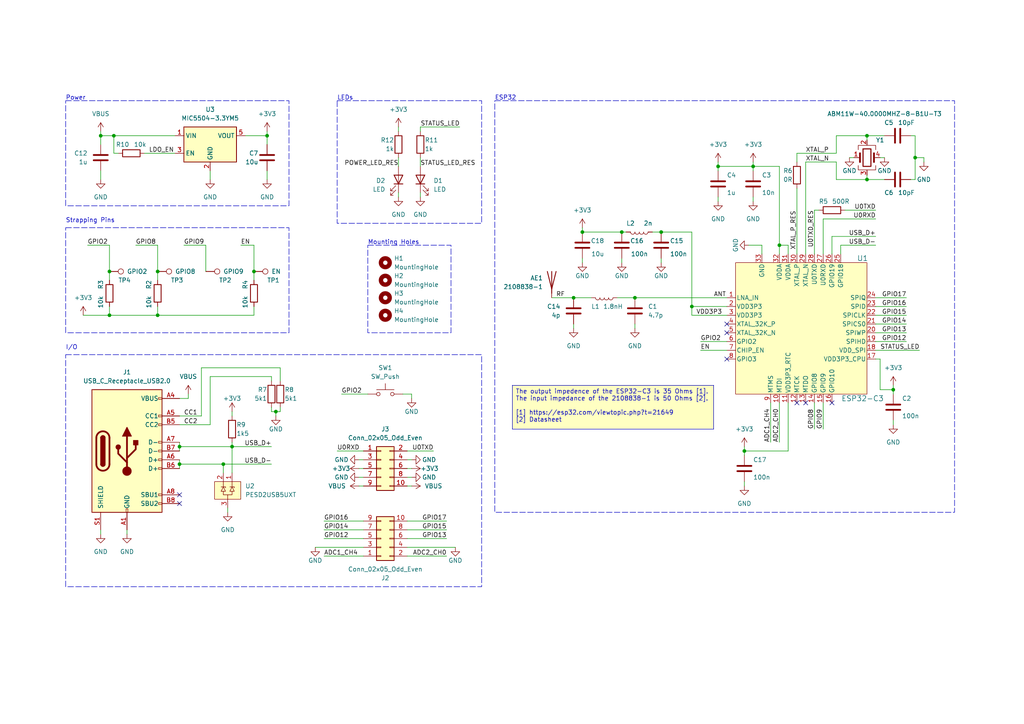
<source format=kicad_sch>
(kicad_sch (version 20230121) (generator eeschema)
  (paper "A4")
  (lib_symbols
    (symbol "Connector:TestPoint" (pin_numbers hide) (pin_names (offset 0.762) hide)
      (property "Reference" "TP" (at 0 6.858 0))
      (property "Value" "TestPoint" (at 0 5.08 0))
      (symbol "TestPoint_0_1"
        (circle (center 0 3.302) (radius 0.762))
      )
      (symbol "TestPoint_1_1"
        (pin passive line (at 0 0 90) (length 2.54) (name "1") (number "1"))
      )
    )
    (symbol "Connector:USB_C_Receptacle_USB2.0" (pin_names (offset 1.016))
      (property "Reference" "J" (at -10.16 19.05 0))
      (property "Value" "USB_C_Receptacle_USB2.0" (at 19.05 19.05 0))
      (symbol "USB_C_Receptacle_USB2.0_0_0"
        (rectangle (start -0.254 -17.78) (end 0.254 -16.764))
        (rectangle (start 10.16 -14.986) (end 9.144 -15.494))
        (rectangle (start 10.16 -12.446) (end 9.144 -12.954))
        (rectangle (start 10.16 -4.826) (end 9.144 -5.334))
        (rectangle (start 10.16 -2.286) (end 9.144 -2.794))
        (rectangle (start 10.16 0.254) (end 9.144 -0.254))
        (rectangle (start 10.16 2.794) (end 9.144 2.286))
        (rectangle (start 10.16 7.874) (end 9.144 7.366))
        (rectangle (start 10.16 10.414) (end 9.144 9.906))
        (rectangle (start 10.16 15.494) (end 9.144 14.986))
      )
      (symbol "USB_C_Receptacle_USB2.0_0_1"
        (rectangle (start -10.16 17.78) (end 10.16 -17.78) (stroke (width 0.254)) (fill (type background)))
        (arc (start -8.89 -3.81) (mid -6.985 -5.7067) (end -5.08 -3.81) (stroke (width 0.508)))
        (arc (start -7.62 -3.81) (mid -6.985 -4.4423) (end -6.35 -3.81) (stroke (width 0.254)))
        (arc (start -7.62 -3.81) (mid -6.985 -4.4423) (end -6.35 -3.81) (stroke (width 0.254)) (fill (type outline)))
        (rectangle (start -7.62 -3.81) (end -6.35 3.81) (stroke (width 0.254)) (fill (type outline)))
        (arc (start -6.35 3.81) (mid -6.985 4.4423) (end -7.62 3.81) (stroke (width 0.254)))
        (arc (start -6.35 3.81) (mid -6.985 4.4423) (end -7.62 3.81) (stroke (width 0.254)) (fill (type outline)))
        (arc (start -5.08 3.81) (mid -6.985 5.7067) (end -8.89 3.81) (stroke (width 0.508)))
        (circle (center -2.54 1.143) (radius 0.635) (stroke (width 0.254)) (fill (type outline)))
        (circle (center 0 -5.842) (radius 1.27) (fill (type outline)))
        (polyline (pts (xy -8.89 -3.81) (xy -8.89 3.81)) (stroke (width 0.508)))
        (polyline (pts (xy -5.08 3.81) (xy -5.08 -3.81)) (stroke (width 0.508)))
        (polyline (pts (xy 0 -5.842) (xy 0 4.318)) (stroke (width 0.508)))
        (polyline (pts (xy 0 -3.302) (xy -2.54 -0.762) (xy -2.54 0.508)) (stroke (width 0.508)))
        (polyline (pts (xy 0 -2.032) (xy 2.54 0.508) (xy 2.54 1.778)) (stroke (width 0.508)))
        (polyline (pts (xy -1.27 4.318) (xy 0 6.858) (xy 1.27 4.318) (xy -1.27 4.318)) (stroke (width 0.254)) (fill (type outline)))
        (rectangle (start 1.905 1.778) (end 3.175 3.048) (stroke (width 0.254)) (fill (type outline)))
      )
      (symbol "USB_C_Receptacle_USB2.0_1_1"
        (pin passive line (at 0 -22.86 90) (length 5.08) (name "GND") (number "A1"))
        (pin passive line (at 0 -22.86 90) (length 5.08) hide (name "GND") (number "A12"))
        (pin passive line (at 15.24 15.24 180) (length 5.08) (name "VBUS") (number "A4"))
        (pin bidirectional line (at 15.24 10.16 180) (length 5.08) (name "CC1") (number "A5"))
        (pin bidirectional line (at 15.24 -2.54 180) (length 5.08) (name "D+") (number "A6"))
        (pin bidirectional line (at 15.24 2.54 180) (length 5.08) (name "D-") (number "A7"))
        (pin bidirectional line (at 15.24 -12.7 180) (length 5.08) (name "SBU1") (number "A8"))
        (pin passive line (at 15.24 15.24 180) (length 5.08) hide (name "VBUS") (number "A9"))
        (pin passive line (at 0 -22.86 90) (length 5.08) hide (name "GND") (number "B1"))
        (pin passive line (at 0 -22.86 90) (length 5.08) hide (name "GND") (number "B12"))
        (pin passive line (at 15.24 15.24 180) (length 5.08) hide (name "VBUS") (number "B4"))
        (pin bidirectional line (at 15.24 7.62 180) (length 5.08) (name "CC2") (number "B5"))
        (pin bidirectional line (at 15.24 -5.08 180) (length 5.08) (name "D+") (number "B6"))
        (pin bidirectional line (at 15.24 0 180) (length 5.08) (name "D-") (number "B7"))
        (pin bidirectional line (at 15.24 -15.24 180) (length 5.08) (name "SBU2") (number "B8"))
        (pin passive line (at 15.24 15.24 180) (length 5.08) hide (name "VBUS") (number "B9"))
        (pin passive line (at -7.62 -22.86 90) (length 5.08) (name "SHIELD") (number "S1"))
      )
    )
    (symbol "Connector_Generic:Conn_02x05_Odd_Even" (pin_names (offset 1.016) hide)
      (property "Reference" "J" (at 1.27 7.62 0))
      (property "Value" "Conn_02x05_Odd_Even" (at 1.27 -7.62 0))
      (symbol "Conn_02x05_Odd_Even_1_1"
        (rectangle (start -1.27 -4.953) (end 0 -5.207) (stroke (width 0.1524)))
        (rectangle (start -1.27 -2.413) (end 0 -2.667) (stroke (width 0.1524)))
        (rectangle (start -1.27 0.127) (end 0 -0.127) (stroke (width 0.1524)))
        (rectangle (start -1.27 2.667) (end 0 2.413) (stroke (width 0.1524)))
        (rectangle (start -1.27 5.207) (end 0 4.953) (stroke (width 0.1524)))
        (rectangle (start -1.27 6.35) (end 3.81 -6.35) (stroke (width 0.254)) (fill (type background)))
        (rectangle (start 3.81 -4.953) (end 2.54 -5.207) (stroke (width 0.1524)))
        (rectangle (start 3.81 -2.413) (end 2.54 -2.667) (stroke (width 0.1524)))
        (rectangle (start 3.81 0.127) (end 2.54 -0.127) (stroke (width 0.1524)))
        (rectangle (start 3.81 2.667) (end 2.54 2.413) (stroke (width 0.1524)))
        (rectangle (start 3.81 5.207) (end 2.54 4.953) (stroke (width 0.1524)))
        (pin passive line (at -5.08 5.08 0) (length 3.81) (name "Pin_1") (number "1"))
        (pin passive line (at 7.62 -5.08 180) (length 3.81) (name "Pin_10") (number "10"))
        (pin passive line (at 7.62 5.08 180) (length 3.81) (name "Pin_2") (number "2"))
        (pin passive line (at -5.08 2.54 0) (length 3.81) (name "Pin_3") (number "3"))
        (pin passive line (at 7.62 2.54 180) (length 3.81) (name "Pin_4") (number "4"))
        (pin passive line (at -5.08 0 0) (length 3.81) (name "Pin_5") (number "5"))
        (pin passive line (at 7.62 0 180) (length 3.81) (name "Pin_6") (number "6"))
        (pin passive line (at -5.08 -2.54 0) (length 3.81) (name "Pin_7") (number "7"))
        (pin passive line (at 7.62 -2.54 180) (length 3.81) (name "Pin_8") (number "8"))
        (pin passive line (at -5.08 -5.08 0) (length 3.81) (name "Pin_9") (number "9"))
      )
    )
    (symbol "Device:Antenna" (pin_numbers hide) (pin_names (offset 1.016) hide)
      (property "Reference" "AE" (at -1.905 1.905 0))
      (property "Value" "Antenna" (at -1.905 0 0))
      (symbol "Antenna_0_1"
        (polyline (pts (xy 0 2.54) (xy 0 -3.81)) (stroke (width 0.254)))
        (polyline (pts (xy 1.27 2.54) (xy 0 -2.54) (xy -1.27 2.54)) (stroke (width 0.254)))
      )
      (symbol "Antenna_1_1"
        (pin input line (at 0 -5.08 90) (length 2.54) (name "A") (number "1"))
      )
    )
    (symbol "Device:C" (pin_numbers hide) (pin_names (offset 0.254))
      (property "Reference" "C" (at 0.635 2.54 0))
      (property "Value" "C" (at 0.635 -2.54 0))
      (symbol "C_0_1"
        (polyline (pts (xy -2.032 -0.762) (xy 2.032 -0.762)) (stroke (width 0.508)))
        (polyline (pts (xy -2.032 0.762) (xy 2.032 0.762)) (stroke (width 0.508)))
      )
      (symbol "C_1_1"
        (pin passive line (at 0 3.81 270) (length 2.794) (name "~") (number "1"))
        (pin passive line (at 0 -3.81 90) (length 2.794) (name "~") (number "2"))
      )
    )
    (symbol "Device:Crystal_GND23" (pin_names (offset 1.016) hide)
      (property "Reference" "Y" (at 3.175 5.08 0))
      (property "Value" "Crystal_GND23" (at 3.175 3.175 0))
      (symbol "Crystal_GND23_0_1"
        (rectangle (start -1.143 2.54) (end 1.143 -2.54) (stroke (width 0.3048)))
        (polyline (pts (xy -2.54 0) (xy -2.032 0)))
        (polyline (pts (xy -2.032 -1.27) (xy -2.032 1.27)) (stroke (width 0.508)))
        (polyline (pts (xy 0 -3.81) (xy 0 -3.556)))
        (polyline (pts (xy 0 3.556) (xy 0 3.81)))
        (polyline (pts (xy 2.032 -1.27) (xy 2.032 1.27)) (stroke (width 0.508)))
        (polyline (pts (xy 2.032 0) (xy 2.54 0)))
        (polyline (pts (xy -2.54 -2.286) (xy -2.54 -3.556) (xy 2.54 -3.556) (xy 2.54 -2.286)))
        (polyline (pts (xy -2.54 2.286) (xy -2.54 3.556) (xy 2.54 3.556) (xy 2.54 2.286)))
      )
      (symbol "Crystal_GND23_1_1"
        (pin passive line (at -3.81 0 0) (length 1.27) (name "1") (number "1"))
        (pin passive line (at 0 5.08 270) (length 1.27) (name "2") (number "2"))
        (pin passive line (at 0 -5.08 90) (length 1.27) (name "3") (number "3"))
        (pin passive line (at 3.81 0 180) (length 1.27) (name "4") (number "4"))
      )
    )
    (symbol "Device:L" (pin_numbers hide) (pin_names (offset 1.016) hide)
      (property "Reference" "L" (at -1.27 0 90))
      (property "Value" "L" (at 1.905 0 90))
      (symbol "L_0_1"
        (arc (start 0 -2.54) (mid 0.6323 -1.905) (end 0 -1.27))
        (arc (start 0 -1.27) (mid 0.6323 -0.635) (end 0 0))
        (arc (start 0 0) (mid 0.6323 0.635) (end 0 1.27))
        (arc (start 0 1.27) (mid 0.6323 1.905) (end 0 2.54))
      )
      (symbol "L_1_1"
        (pin passive line (at 0 3.81 270) (length 1.27) (name "1") (number "1"))
        (pin passive line (at 0 -3.81 90) (length 1.27) (name "2") (number "2"))
      )
    )
    (symbol "Device:LED" (pin_numbers hide) (pin_names (offset 1.016) hide)
      (property "Reference" "D" (at 0 2.54 0))
      (property "Value" "LED" (at 0 -2.54 0))
      (symbol "LED_0_1"
        (polyline (pts (xy -1.27 -1.27) (xy -1.27 1.27)) (stroke (width 0.254)))
        (polyline (pts (xy -1.27 0) (xy 1.27 0)))
        (polyline (pts (xy 1.27 -1.27) (xy 1.27 1.27) (xy -1.27 0) (xy 1.27 -1.27)) (stroke (width 0.254)))
        (polyline (pts (xy -3.048 -0.762) (xy -4.572 -2.286) (xy -3.81 -2.286) (xy -4.572 -2.286) (xy -4.572 -1.524)))
        (polyline (pts (xy -1.778 -0.762) (xy -3.302 -2.286) (xy -2.54 -2.286) (xy -3.302 -2.286) (xy -3.302 -1.524)))
      )
      (symbol "LED_1_1"
        (pin passive line (at -3.81 0 0) (length 2.54) (name "K") (number "1"))
        (pin passive line (at 3.81 0 180) (length 2.54) (name "A") (number "2"))
      )
    )
    (symbol "Device:R" (pin_numbers hide) (pin_names (offset 0))
      (property "Reference" "R" (at 2.032 0 90))
      (property "Value" "R" (at 0 0 90))
      (symbol "R_0_1"
        (rectangle (start -1.016 -2.54) (end 1.016 2.54) (stroke (width 0.254)))
      )
      (symbol "R_1_1"
        (pin passive line (at 0 3.81 270) (length 1.27) (name "~") (number "1"))
        (pin passive line (at 0 -3.81 90) (length 1.27) (name "~") (number "2"))
      )
    )
    (symbol "Mechanical:MountingHole" (pin_names (offset 1.016))
      (property "Reference" "H" (at 0 5.08 0))
      (property "Value" "MountingHole" (at 0 3.175 0))
      (symbol "MountingHole_0_1"
        (circle (center 0 0) (radius 1.27) (stroke (width 1.27)))
      )
    )
    (symbol "Regulator_Linear:MIC5504-3.3YM5"
      (property "Reference" "U" (at -7.62 8.89 0))
      (property "Value" "MIC5504-3.3YM5" (at -7.62 6.35 0))
      (symbol "MIC5504-3.3YM5_0_1"
        (rectangle (start -7.62 -5.08) (end 7.62 5.08) (stroke (width 0.254)) (fill (type background)))
      )
      (symbol "MIC5504-3.3YM5_1_1"
        (pin power_in line (at -10.16 2.54 0) (length 2.54) (name "VIN") (number "1"))
        (pin power_in line (at 0 -7.62 90) (length 2.54) (name "GND") (number "2"))
        (pin input line (at -10.16 -2.54 0) (length 2.54) (name "EN") (number "3"))
        (pin no_connect line (at 7.62 -2.54 180) (length 2.54) hide (name "NC") (number "4"))
        (pin power_out line (at 10.16 2.54 180) (length 2.54) (name "VOUT") (number "5"))
      )
    )
    (symbol "Switch:SW_Push" (pin_numbers hide) (pin_names (offset 1.016) hide)
      (property "Reference" "SW" (at 1.27 2.54 0))
      (property "Value" "SW_Push" (at 0 -1.524 0))
      (symbol "SW_Push_0_1"
        (circle (center -2.032 0) (radius 0.508))
        (polyline (pts (xy 0 1.27) (xy 0 3.048)))
        (polyline (pts (xy 2.54 1.27) (xy -2.54 1.27)))
        (circle (center 2.032 0) (radius 0.508))
        (pin passive line (at -5.08 0 0) (length 2.54) (name "1") (number "1"))
        (pin passive line (at 5.08 0 180) (length 2.54) (name "2") (number "2"))
      )
    )
    (symbol "encyclopedia_galactica:ESP32-C3" (pin_names (offset 0.254))
      (property "Reference" "U" (at 0 43.18 0))
      (property "Value" "ESP32-C3" (at 0 40.64 0))
      (symbol "ESP32-C3_0_1"
        (pin bidirectional line (at -21.59 8.89 0) (length 2.54) (name "LNA_IN") (number "1"))
        (pin bidirectional line (at -6.35 -21.59 90) (length 2.54) (name "MTDI") (number "10"))
        (pin power_in line (at -3.81 -21.59 90) (length 2.54) (name "VDD3P3_RTC") (number "11"))
        (pin bidirectional line (at -1.27 -21.59 90) (length 2.54) (name "MTCK") (number "12"))
        (pin bidirectional line (at 1.27 -21.59 90) (length 2.54) (name "MTDO") (number "13"))
        (pin bidirectional line (at 3.81 -21.59 90) (length 2.54) (name "GPIO8") (number "14"))
        (pin bidirectional line (at 6.35 -21.59 90) (length 2.54) (name "GPIO9") (number "15"))
        (pin bidirectional line (at 8.89 -21.59 90) (length 2.54) (name "GPIO10") (number "16"))
        (pin power_in line (at 21.59 -8.89 180) (length 2.54) (name "VDD3P3_CPU") (number "17"))
        (pin power_in line (at 21.59 -6.35 180) (length 2.54) (name "VDD_SPI") (number "18"))
        (pin bidirectional line (at 21.59 -3.81 180) (length 2.54) (name "SPIHD") (number "19"))
        (pin power_in line (at -21.59 6.35 0) (length 2.54) (name "VDD3P3") (number "2"))
        (pin bidirectional line (at 21.59 -1.27 180) (length 2.54) (name "SPIWP") (number "20"))
        (pin bidirectional line (at 21.59 1.27 180) (length 2.54) (name "SPICS0") (number "21"))
        (pin bidirectional line (at 21.59 3.81 180) (length 2.54) (name "SPICLK") (number "22"))
        (pin bidirectional line (at 21.59 6.35 180) (length 2.54) (name "SPID") (number "23"))
        (pin bidirectional line (at 21.59 8.89 180) (length 2.54) (name "SPIQ") (number "24"))
        (pin bidirectional line (at 11.43 21.59 270) (length 2.54) (name "GPIO18") (number "25"))
        (pin bidirectional line (at 8.89 21.59 270) (length 2.54) (name "GPIO19") (number "26"))
        (pin bidirectional line (at 6.35 21.59 270) (length 2.54) (name "U0RXD") (number "27"))
        (pin bidirectional line (at 3.81 21.59 270) (length 2.54) (name "U0TXD") (number "28"))
        (pin output line (at 1.27 21.59 270) (length 2.54) (name "XTAL_N") (number "29"))
        (pin power_in line (at -21.59 3.81 0) (length 2.54) (name "VDD3P3") (number "3"))
        (pin input line (at -1.27 21.59 270) (length 2.54) (name "XTAL_P") (number "30"))
        (pin power_in line (at -3.81 21.59 270) (length 2.54) (name "VDDA") (number "31"))
        (pin power_in line (at -6.35 21.59 270) (length 2.54) (name "VDDA") (number "32"))
        (pin power_out line (at -11.43 21.59 270) (length 2.54) (name "GND") (number "33"))
        (pin bidirectional line (at -21.59 1.27 0) (length 2.54) (name "XTAL_32K_P") (number "4"))
        (pin bidirectional line (at -21.59 -1.27 0) (length 2.54) (name "XTAL_32K_N") (number "5"))
        (pin bidirectional line (at -21.59 -3.81 0) (length 2.54) (name "GPIO2") (number "6"))
        (pin input line (at -21.59 -6.35 0) (length 2.54) (name "CHIP_EN") (number "7"))
        (pin bidirectional line (at -21.59 -8.89 0) (length 2.54) (name "GPIO3") (number "8"))
        (pin bidirectional line (at -8.89 -21.59 90) (length 2.54) (name "MTMS") (number "9"))
      )
      (symbol "ESP32-C3_1_1"
        (rectangle (start -19.05 19.05) (end 19.05 -19.05) (fill (type background)))
      )
    )
    (symbol "encyclopedia_galactica:PESD2USB5UXT"
      (property "Reference" "U" (at 0 24.13 0))
      (property "Value" "PESD2USB5UXT" (at 0 21.59 0))
      (symbol "PESD2USB5UXT_1_1"
        (rectangle (start -3.81 2.54) (end 3.81 -2.54) (fill (type background)))
        (polyline (pts (xy -1.905 1.016) (xy -0.635 1.016)))
        (polyline (pts (xy -1.27 1.016) (xy -1.27 2.54)))
        (polyline (pts (xy -0.635 1.016) (xy -0.635 0.762)))
        (polyline (pts (xy 0 -1.27) (xy 0 -2.54)))
        (polyline (pts (xy 0.635 1.016) (xy 1.905 1.016)))
        (polyline (pts (xy 1.27 1.016) (xy 1.27 2.54)))
        (polyline (pts (xy 1.905 1.016) (xy 1.905 0.762)))
        (polyline (pts (xy -1.905 -0.254) (xy -1.27 1.016) (xy -0.635 -0.254) (xy -1.905 -0.254)))
        (polyline (pts (xy -1.27 -0.254) (xy -1.27 -1.27) (xy 1.27 -1.27) (xy 1.27 -0.254)))
        (polyline (pts (xy 0.635 -0.254) (xy 1.27 1.016) (xy 1.905 -0.254) (xy 0.635 -0.254)))
        (pin open_collector line (at 1.27 5.08 270) (length 2.54) (name "") (number "1"))
        (pin open_collector line (at -1.27 5.08 270) (length 2.54) (name "") (number "2"))
        (pin power_out line (at 0 -5.08 90) (length 2.54) (name "") (number "3"))
      )
    )
    (symbol "power:+3V3" (power) (pin_names (offset 0))
      (property "Value" "+3V3" (at 0 3.556 0))
      (symbol "+3V3_0_1"
        (polyline (pts (xy -0.762 1.27) (xy 0 2.54)))
        (polyline (pts (xy 0 0) (xy 0 2.54)))
        (polyline (pts (xy 0 2.54) (xy 0.762 1.27)))
      )
      (symbol "+3V3_1_1"
        (pin power_in line (at 0 0 90) (length 0) hide (name "+3V3") (number "1"))
      )
    )
    (symbol "power:GND" (power) (pin_names (offset 0))
      (property "Value" "GND" (at 0 -3.81 0))
      (symbol "GND_0_1"
        (polyline (pts (xy 0 0) (xy 0 -1.27) (xy 1.27 -1.27) (xy 0 -2.54) (xy -1.27 -1.27) (xy 0 -1.27)))
      )
      (symbol "GND_1_1"
        (pin power_in line (at 0 0 270) (length 0) hide (name "GND") (number "1"))
      )
    )
    (symbol "power:VBUS" (power) (pin_names (offset 0))
      (property "Value" "VBUS" (at 0 3.81 0))
      (symbol "VBUS_0_1"
        (polyline (pts (xy -0.762 1.27) (xy 0 2.54)))
        (polyline (pts (xy 0 0) (xy 0 2.54)))
        (polyline (pts (xy 0 2.54) (xy 0.762 1.27)))
      )
      (symbol "VBUS_1_1"
        (pin power_in line (at 0 0 90) (length 0) hide (name "VBUS") (number "1"))
      )
    )
  )
  (junction (at 29.21 39.37))
  (junction (at 64.77 134.62))
  (junction (at 184.15 86.36))
  (junction (at 226.06 71.12))
  (junction (at 168.91 67.31))
  (junction (at 45.72 78.74))
  (junction (at 31.75 91.44))
  (junction (at 77.47 39.37))
  (junction (at 208.28 48.26))
  (junction (at 180.34 67.31))
  (junction (at 215.9 130.81))
  (junction (at 218.44 48.26))
  (junction (at 33.02 39.37))
  (junction (at 80.01 119.38))
  (junction (at 31.75 78.74))
  (junction (at 67.31 129.54))
  (junction (at 52.07 134.62))
  (junction (at 73.66 78.74))
  (junction (at 191.77 67.31))
  (junction (at 259.08 113.03))
  (junction (at 265.43 45.72))
  (junction (at 45.72 91.44))
  (junction (at 251.46 39.37))
  (junction (at 200.66 88.9))
  (junction (at 52.07 129.54))
  (junction (at 166.37 86.36))
  (junction (at 251.46 52.07))
  (no_connect (at 241.3 116.84))
  (no_connect (at 210.82 104.14))
  (no_connect (at 210.82 93.98))
  (no_connect (at 52.07 143.51))
  (no_connect (at 231.14 116.84))
  (no_connect (at 52.07 146.05))
  (no_connect (at 233.68 116.84))
  (no_connect (at 210.82 96.52))
  (wire (pts (xy 52.07 133.35) (xy 52.07 134.62)))
  (wire (pts (xy 25.4 71.12) (xy 31.75 71.12)))
  (wire (pts (xy 33.02 39.37) (xy 50.8 39.37)))
  (wire (pts (xy 254 86.36) (xy 262.89 86.36)))
  (wire (pts (xy 66.04 147.32) (xy 66.04 148.59)))
  (wire (pts (xy 121.92 55.88) (xy 121.92 57.15)))
  (wire (pts (xy 236.22 60.96) (xy 236.22 73.66)))
  (wire (pts (xy 203.2 99.06) (xy 210.82 99.06)))
  (wire (pts (xy 52.07 134.62) (xy 64.77 134.62)))
  (wire (pts (xy 64.77 134.62) (xy 64.77 137.16)))
  (wire (pts (xy 267.97 45.72) (xy 265.43 45.72)))
  (wire (pts (xy 125.73 130.81) (xy 118.11 130.81)))
  (wire (pts (xy 218.44 57.15) (xy 218.44 58.42)))
  (wire (pts (xy 254 91.44) (xy 262.89 91.44)))
  (wire (pts (xy 168.91 67.31) (xy 180.34 67.31)))
  (wire (pts (xy 116.84 114.3) (xy 119.38 114.3)))
  (wire (pts (xy 231.14 44.45) (xy 242.57 44.45)))
  (wire (pts (xy 254 88.9) (xy 262.89 88.9)))
  (wire (pts (xy 31.75 81.28) (xy 31.75 78.74)))
  (wire (pts (xy 52.07 128.27) (xy 52.07 129.54)))
  (wire (pts (xy 254 63.5) (xy 238.76 63.5)))
  (wire (pts (xy 226.06 48.26) (xy 226.06 71.12)))
  (wire (pts (xy 251.46 39.37) (xy 251.46 40.64)))
  (wire (pts (xy 255.27 113.03) (xy 255.27 104.14)))
  (wire (pts (xy 242.57 52.07) (xy 242.57 46.99)))
  (wire (pts (xy 241.3 68.58) (xy 241.3 73.66)))
  (wire (pts (xy 118.11 153.67) (xy 129.54 153.67)))
  (wire (pts (xy 133.35 36.83) (xy 121.92 36.83)))
  (wire (pts (xy 36.83 153.67) (xy 36.83 154.94)))
  (wire (pts (xy 29.21 39.37) (xy 33.02 39.37)))
  (wire (pts (xy 54.61 115.57) (xy 54.61 114.3)))
  (wire (pts (xy 52.07 134.62) (xy 52.07 135.89)))
  (wire (pts (xy 52.07 120.65) (xy 58.42 120.65)))
  (wire (pts (xy 247.65 45.72) (xy 246.38 45.72)))
  (wire (pts (xy 180.34 74.93) (xy 180.34 76.2)))
  (wire (pts (xy 233.68 46.99) (xy 233.68 73.66)))
  (wire (pts (xy 97.79 130.81) (xy 105.41 130.81)))
  (wire (pts (xy 81.28 118.11) (xy 81.28 119.38)))
  (wire (pts (xy 104.14 135.89) (xy 105.41 135.89)))
  (wire (pts (xy 67.31 128.27) (xy 67.31 129.54)))
  (wire (pts (xy 184.15 86.36) (xy 210.82 86.36)))
  (wire (pts (xy 78.74 109.22) (xy 78.74 110.49)))
  (wire (pts (xy 215.9 130.81) (xy 215.9 129.54)))
  (wire (pts (xy 118.11 156.21) (xy 129.54 156.21)))
  (wire (pts (xy 73.66 71.12) (xy 73.66 78.74)))
  (wire (pts (xy 29.21 153.67) (xy 29.21 154.94)))
  (wire (pts (xy 259.08 111.76) (xy 259.08 113.03)))
  (wire (pts (xy 118.11 161.29) (xy 129.54 161.29)))
  (wire (pts (xy 168.91 74.93) (xy 168.91 76.2)))
  (wire (pts (xy 243.84 71.12) (xy 254 71.12)))
  (wire (pts (xy 115.57 36.83) (xy 115.57 38.1)))
  (wire (pts (xy 41.91 44.45) (xy 50.8 44.45)))
  (wire (pts (xy 67.31 129.54) (xy 78.74 129.54)))
  (wire (pts (xy 226.06 116.84) (xy 226.06 128.27)))
  (wire (pts (xy 52.07 129.54) (xy 67.31 129.54)))
  (wire (pts (xy 255.27 113.03) (xy 259.08 113.03)))
  (wire (pts (xy 208.28 46.99) (xy 208.28 48.26)))
  (wire (pts (xy 226.06 71.12) (xy 228.6 71.12)))
  (wire (pts (xy 242.57 39.37) (xy 242.57 44.45)))
  (wire (pts (xy 233.68 46.99) (xy 242.57 46.99)))
  (wire (pts (xy 191.77 74.93) (xy 191.77 76.2)))
  (wire (pts (xy 104.14 140.97) (xy 105.41 140.97)))
  (wire (pts (xy 166.37 86.36) (xy 171.45 86.36)))
  (wire (pts (xy 256.54 52.07) (xy 251.46 52.07)))
  (wire (pts (xy 119.38 114.3) (xy 119.38 115.57)))
  (wire (pts (xy 73.66 91.44) (xy 73.66 88.9)))
  (wire (pts (xy 264.16 52.07) (xy 265.43 52.07)))
  (wire (pts (xy 203.2 101.6) (xy 210.82 101.6)))
  (wire (pts (xy 93.98 151.13) (xy 105.41 151.13)))
  (wire (pts (xy 118.11 140.97) (xy 119.38 140.97)))
  (wire (pts (xy 31.75 71.12) (xy 31.75 78.74)))
  (wire (pts (xy 91.44 158.75) (xy 105.41 158.75)))
  (wire (pts (xy 34.29 44.45) (xy 33.02 44.45)))
  (wire (pts (xy 231.14 54.61) (xy 231.14 73.66)))
  (wire (pts (xy 259.08 121.92) (xy 259.08 123.19)))
  (wire (pts (xy 99.06 114.3) (xy 106.68 114.3)))
  (wire (pts (xy 200.66 67.31) (xy 191.77 67.31)))
  (wire (pts (xy 243.84 71.12) (xy 243.84 73.66)))
  (wire (pts (xy 265.43 39.37) (xy 264.16 39.37)))
  (wire (pts (xy 81.28 106.68) (xy 81.28 110.49)))
  (wire (pts (xy 67.31 119.38) (xy 67.31 120.65)))
  (wire (pts (xy 71.12 39.37) (xy 77.47 39.37)))
  (wire (pts (xy 231.14 44.45) (xy 231.14 46.99)))
  (wire (pts (xy 104.14 138.43) (xy 105.41 138.43)))
  (wire (pts (xy 121.92 45.72) (xy 121.92 48.26)))
  (wire (pts (xy 52.07 129.54) (xy 52.07 130.81)))
  (wire (pts (xy 80.01 119.38) (xy 80.01 120.65)))
  (wire (pts (xy 251.46 52.07) (xy 251.46 50.8)))
  (wire (pts (xy 67.31 129.54) (xy 67.31 137.16)))
  (wire (pts (xy 223.52 116.84) (xy 223.52 128.27)))
  (wire (pts (xy 39.37 71.12) (xy 45.72 71.12)))
  (wire (pts (xy 115.57 45.72) (xy 115.57 48.26)))
  (wire (pts (xy 45.72 91.44) (xy 45.72 88.9)))
  (wire (pts (xy 208.28 48.26) (xy 218.44 48.26)))
  (wire (pts (xy 132.08 158.75) (xy 118.11 158.75)))
  (wire (pts (xy 189.23 67.31) (xy 191.77 67.31)))
  (wire (pts (xy 77.47 49.53) (xy 77.47 52.07)))
  (wire (pts (xy 238.76 116.84) (xy 238.76 124.46)))
  (wire (pts (xy 58.42 120.65) (xy 58.42 106.68)))
  (wire (pts (xy 215.9 130.81) (xy 228.6 130.81)))
  (wire (pts (xy 118.11 133.35) (xy 119.38 133.35)))
  (wire (pts (xy 254 96.52) (xy 262.89 96.52)))
  (wire (pts (xy 215.9 139.7) (xy 215.9 140.97)))
  (wire (pts (xy 58.42 106.68) (xy 81.28 106.68)))
  (wire (pts (xy 179.07 86.36) (xy 184.15 86.36)))
  (wire (pts (xy 77.47 38.1) (xy 77.47 39.37)))
  (wire (pts (xy 184.15 93.98) (xy 184.15 95.25)))
  (wire (pts (xy 118.11 135.89) (xy 119.38 135.89)))
  (wire (pts (xy 45.72 78.74) (xy 45.72 81.28)))
  (wire (pts (xy 255.27 104.14) (xy 254 104.14)))
  (wire (pts (xy 45.72 91.44) (xy 73.66 91.44)))
  (wire (pts (xy 245.11 60.96) (xy 254 60.96)))
  (wire (pts (xy 259.08 113.03) (xy 259.08 114.3)))
  (wire (pts (xy 236.22 116.84) (xy 236.22 124.46)))
  (wire (pts (xy 93.98 153.67) (xy 105.41 153.67)))
  (wire (pts (xy 53.34 71.12) (xy 59.69 71.12)))
  (wire (pts (xy 118.11 151.13) (xy 129.54 151.13)))
  (wire (pts (xy 218.44 48.26) (xy 226.06 48.26)))
  (wire (pts (xy 77.47 41.91) (xy 77.47 39.37)))
  (wire (pts (xy 104.14 133.35) (xy 105.41 133.35)))
  (wire (pts (xy 265.43 52.07) (xy 265.43 45.72)))
  (wire (pts (xy 200.66 91.44) (xy 200.66 88.9)))
  (wire (pts (xy 31.75 91.44) (xy 45.72 91.44)))
  (wire (pts (xy 52.07 123.19) (xy 60.96 123.19)))
  (wire (pts (xy 180.34 67.31) (xy 181.61 67.31)))
  (wire (pts (xy 78.74 118.11) (xy 78.74 119.38)))
  (wire (pts (xy 29.21 38.1) (xy 29.21 39.37)))
  (wire (pts (xy 254 68.58) (xy 241.3 68.58)))
  (wire (pts (xy 64.77 134.62) (xy 78.74 134.62)))
  (wire (pts (xy 166.37 93.98) (xy 166.37 95.25)))
  (wire (pts (xy 254 93.98) (xy 262.89 93.98)))
  (wire (pts (xy 265.43 45.72) (xy 265.43 39.37)))
  (wire (pts (xy 52.07 115.57) (xy 54.61 115.57)))
  (wire (pts (xy 218.44 46.99) (xy 218.44 48.26)))
  (wire (pts (xy 24.13 91.44) (xy 31.75 91.44)))
  (wire (pts (xy 228.6 71.12) (xy 228.6 73.66)))
  (wire (pts (xy 60.96 49.53) (xy 60.96 52.07)))
  (wire (pts (xy 242.57 52.07) (xy 251.46 52.07)))
  (wire (pts (xy 208.28 57.15) (xy 208.28 58.42)))
  (wire (pts (xy 31.75 91.44) (xy 31.75 88.9)))
  (wire (pts (xy 226.06 71.12) (xy 226.06 73.66)))
  (wire (pts (xy 215.9 132.08) (xy 215.9 130.81)))
  (wire (pts (xy 80.01 119.38) (xy 81.28 119.38)))
  (wire (pts (xy 218.44 48.26) (xy 218.44 49.53)))
  (wire (pts (xy 251.46 39.37) (xy 242.57 39.37)))
  (wire (pts (xy 267.97 46.99) (xy 267.97 45.72)))
  (wire (pts (xy 93.98 156.21) (xy 105.41 156.21)))
  (wire (pts (xy 256.54 39.37) (xy 251.46 39.37)))
  (wire (pts (xy 254 99.06) (xy 262.89 99.06)))
  (wire (pts (xy 73.66 81.28) (xy 73.66 78.74)))
  (wire (pts (xy 45.72 71.12) (xy 45.72 78.74)))
  (wire (pts (xy 78.74 119.38) (xy 80.01 119.38)))
  (wire (pts (xy 200.66 88.9) (xy 200.66 67.31)))
  (wire (pts (xy 118.11 138.43) (xy 119.38 138.43)))
  (wire (pts (xy 160.02 86.36) (xy 166.37 86.36)))
  (wire (pts (xy 254 101.6) (xy 266.7 101.6)))
  (wire (pts (xy 29.21 39.37) (xy 29.21 41.91)))
  (wire (pts (xy 60.96 123.19) (xy 60.96 109.22)))
  (wire (pts (xy 238.76 63.5) (xy 238.76 73.66)))
  (wire (pts (xy 59.69 71.12) (xy 59.69 78.74)))
  (wire (pts (xy 93.98 161.29) (xy 105.41 161.29)))
  (wire (pts (xy 256.54 45.72) (xy 255.27 45.72)))
  (wire (pts (xy 29.21 49.53) (xy 29.21 52.07)))
  (wire (pts (xy 69.85 71.12) (xy 73.66 71.12)))
  (wire (pts (xy 60.96 109.22) (xy 78.74 109.22)))
  (wire (pts (xy 200.66 88.9) (xy 210.82 88.9)))
  (wire (pts (xy 236.22 60.96) (xy 237.49 60.96)))
  (wire (pts (xy 121.92 36.83) (xy 121.92 38.1)))
  (wire (pts (xy 210.82 91.44) (xy 200.66 91.44)))
  (wire (pts (xy 220.98 71.12) (xy 220.98 73.66)))
  (wire (pts (xy 168.91 66.04) (xy 168.91 67.31)))
  (wire (pts (xy 33.02 44.45) (xy 33.02 39.37)))
  (wire (pts (xy 115.57 55.88) (xy 115.57 57.15)))
  (wire (pts (xy 208.28 48.26) (xy 208.28 49.53)))
  (wire (pts (xy 228.6 116.84) (xy 228.6 130.81)))
  (wire (pts (xy 217.17 71.12) (xy 220.98 71.12)))
  (rectangle (start 19.05 29.21) (end 83.82 59.69) (stroke (width 0) (type dash)))
  (rectangle (start 106.68 71.12) (end 130.81 96.52) (stroke (width 0) (type dash)))
  (rectangle (start 83.82 66.04) (end 19.05 96.52) (stroke (width 0) (type dash)))
  (rectangle (start 19.05 102.87) (end 139.7 170.18) (stroke (width 0) (type dash)))
  (rectangle (start 97.79 29.21) (end 139.7 64.77) (stroke (width 0) (type dash)))
  (rectangle (start 143.51 29.21) (end 276.86 148.59) (stroke (width 0) (type dash)))
  (text_box "The output impedence of the ESP32-C3 is 35 Ohms [1].\nThe input impedance of the 2108838-1 is 50 Ohms [2].\n\n[1] https://esp32.com/viewtopic.php?t=21649\n[2] Datasheet" (at 148.59 111.76 0) (size 58.42 12.7) (fill (type color) (color 255 255 194 1)) (effects (font (size 1.27 1.27)) (justify left top)))
  (text "ESP32" (at 143.51 29.21 0) (effects (font (size 1.27 1.27)) (justify left bottom)))
  (text "I/O" (at 19.05 101.6 0) (effects (font (size 1.27 1.27)) (justify left bottom)))
  (text "Mounting Holes" (at 106.68 71.12 0) (effects (font (size 1.27 1.27)) (justify left bottom)))
  (text "Power" (at 19.05 29.21 0) (effects (font (size 1.27 1.27)) (justify left bottom)))
  (text "Strapping Pins" (at 19.05 64.77 0) (effects (font (size 1.27 1.27)) (justify left bottom)))
  (text "LEDs" (at 97.79 29.21 0) (effects (font (size 1.27 1.27)) (justify left bottom)))
  (label "ADC1_CH4" (at 223.52 128.27 90))
  (label "U0RXD" (at 97.79 130.81 0))
  (label "GPIO2" (at 99.06 114.3 0))
  (label "USB_D-" (at 78.74 134.62 180))
  (label "GPIO12" (at 93.98 156.21 0))
  (label "EN" (at 203.2 101.6 0))
  (label "GPIO16" (at 93.98 151.13 0))
  (label "GPIO13" (at 129.54 156.21 180))
  (label "USB_D+" (at 78.74 129.54 180))
  (label "ADC1_CH4" (at 93.98 161.29 0))
  (label "USB_D+" (at 254 68.58 180))
  (label "GPIO2" (at 25.4 71.12 0))
  (label "LDO_EN" (at 43.18 44.45 0))
  (label "GPIO14" (at 262.89 93.98 180))
  (label "GPIO9" (at 238.76 124.46 90))
  (label "STATUS_LED" (at 266.7 101.6 180))
  (label "GPIO17" (at 262.89 86.36 180))
  (label "GPIO14" (at 93.98 153.67 0))
  (label "U0TXD" (at 125.73 130.81 180))
  (label "ADC2_CH0" (at 226.06 128.27 90))
  (label "STATUS_LED_RES" (at 121.92 48.26 0))
  (label "U0RXD" (at 254 63.5 180))
  (label "VDD3P3" (at 201.93 91.44 0))
  (label "ANT" (at 207.01 86.36 0))
  (label "CC1" (at 53.34 120.65 0))
  (label "USB_D-" (at 254 71.12 180))
  (label "GPIO12" (at 262.89 99.06 180))
  (label "XTAL_P" (at 233.68 44.45 0))
  (label "U0TXD" (at 254 60.96 180))
  (label "GPIO9" (at 53.34 71.12 0))
  (label "XTAL_P_RES" (at 231.14 72.39 90))
  (label "GPIO15" (at 129.54 153.67 180))
  (label "XTAL_N" (at 233.68 46.99 0))
  (label "GPIO16" (at 262.89 88.9 180))
  (label "RF" (at 161.29 86.36 0))
  (label "U0TXD_RES" (at 236.22 60.96 270))
  (label "EN" (at 69.85 71.12 0))
  (label "GPIO8" (at 39.37 71.12 0))
  (label "GPIO13" (at 262.89 96.52 180))
  (label "GPIO17" (at 129.54 151.13 180))
  (label "GPIO2" (at 203.2 99.06 0))
  (label "ADC2_CH0" (at 129.54 161.29 180))
  (label "STATUS_LED" (at 133.35 36.83 180))
  (label "CC2" (at 53.34 123.19 0))
  (label "POWER_LED_RES" (at 115.57 48.26 180))
  (label "GPIO15" (at 262.89 91.44 180))
  (label "GPIO8" (at 236.22 124.46 90))
  (symbol (lib_id "power:GND") (at 246.38 45.72 0) (mirror y) (unit 1)
    (property "Reference" "#PWR03" (effects hide))
    (property "Value" "GND" (at 246.38 49.53 0))
  )
  (symbol (lib_id "Connector:USB_C_Receptacle_USB2.0") (at 36.83 130.81 0) (unit 1)
    (property "Reference" "J1" (at 36.83 107.95 0))
    (property "Value" "USB_C_Receptacle_USB2.0" (at 36.83 110.49 0))
    (property "Footprint" "Connector_USB:USB_C_Receptacle_GCT_USB4105-xx-A_16P_TopMnt_Horizontal" (effects hide))
    (property "Datasheet" "https://www.usb.org/sites/default/files/documents/usb_type-c.zip" (effects hide))
  )
  (symbol (lib_id "Device:LED") (at 115.57 52.07 270) (mirror x) (unit 1)
    (property "Reference" "D2" (at 111.76 52.3875 90) (effects (justify right)))
    (property "Value" "LED" (at 111.76 54.9275 90) (effects (justify right)))
    (property "Footprint" "LED_SMD:LED_0603_1608Metric" (effects hide))
  )
  (symbol (lib_id "power:+3V3") (at 115.57 36.83 0) (mirror y) (unit 1)
    (property "Reference" "#PWR044" (effects hide))
    (property "Value" "+3V3" (at 115.57 31.75 0))
  )
  (symbol (lib_id "Device:R") (at 231.14 50.8 0) (mirror y) (unit 1)
    (property "Reference" "R6" (at 229.87 49.53 0) (effects (justify left)))
    (property "Value" "0R" (at 229.87 52.07 0) (effects (justify left)))
    (property "Footprint" "Resistor_SMD:R_0402_1005Metric" (effects hide))
  )
  (symbol (lib_id "power:+3V3") (at 67.31 119.38 0) (unit 1)
    (property "Reference" "#PWR038" (effects hide))
    (property "Value" "+3V3" (at 67.31 115.57 0))
  )
  (symbol (lib_id "Device:R") (at 73.66 85.09 0) (mirror x) (unit 1)
    (property "Reference" "R4" (at 71.12 82.55 90))
    (property "Value" "10k" (at 71.12 87.63 90))
    (property "Footprint" "Resistor_SMD:R_0402_1005Metric" (effects hide))
  )
  (symbol (lib_id "power:GND") (at 208.28 58.42 0) (unit 1)
    (property "Reference" "#PWR023" (effects hide))
    (property "Value" "GND" (at 208.28 63.5 0))
  )
  (symbol (lib_id "power:GND") (at 77.47 52.07 0) (unit 1)
    (property "Reference" "#PWR039" (effects hide))
    (property "Value" "GND" (at 77.47 57.15 0))
  )
  (symbol (lib_id "power:VBUS") (at 104.14 140.97 90) (unit 1)
    (property "Reference" "#PWR032" (effects hide))
    (property "Value" "VBUS" (at 100.33 140.97 90) (effects (justify left)))
  )
  (symbol (lib_id "power:GND") (at 104.14 138.43 270) (unit 1)
    (property "Reference" "#PWR030" (effects hide))
    (property "Value" "GND" (at 99.06 138.43 90))
  )
  (symbol (lib_id "Mechanical:MountingHole") (at 111.76 86.36 0) (unit 1)
    (property "Reference" "H3" (at 114.3 85.09 0) (effects (justify left)))
    (property "Value" "MountingHole" (at 114.3 87.63 0) (effects (justify left)))
    (property "Footprint" "MountingHole:MountingHole_2.2mm_M2" (effects hide))
  )
  (symbol (lib_id "encyclopedia_galactica:PESD2USB5UXT") (at 66.04 142.24 0) (unit 1)
    (property "Reference" "U2" (at 71.12 140.97 0) (effects (justify left)))
    (property "Value" "PESD2USB5UXT" (at 71.12 143.51 0) (effects (justify left)))
    (property "Footprint" "Package_TO_SOT_SMD:TSOT-23" (effects hide))
    (property "Datasheet" "https://assets.nexperia.com/documents/data-sheet/PESD2USB5UX-T.pdf" (effects hide))
  )
  (symbol (lib_id "power:GND") (at 180.34 76.2 0) (mirror y) (unit 1)
    (property "Reference" "#PWR018" (effects hide))
    (property "Value" "GND" (at 180.34 80.01 0))
  )
  (symbol (lib_id "Mechanical:MountingHole") (at 111.76 76.2 0) (unit 1)
    (property "Reference" "H1" (at 114.3 74.93 0) (effects (justify left)))
    (property "Value" "MountingHole" (at 114.3 77.47 0) (effects (justify left)))
    (property "Footprint" "MountingHole:MountingHole_2.2mm_M2" (effects hide))
  )
  (symbol (lib_id "Device:C") (at 168.91 71.12 0) (unit 1)
    (property "Reference" "C18" (at 175.26 69.85 0) (effects (justify right)))
    (property "Value" "10u" (at 175.26 73.66 0) (effects (justify right)))
    (property "Footprint" "Capacitor_SMD:C_0603_1608Metric" (effects hide))
  )
  (symbol (lib_id "Device:R") (at 78.74 114.3 0) (unit 1)
    (property "Reference" "R7" (at 77.47 113.03 0) (effects (justify right)))
    (property "Value" "5k1" (at 77.47 115.57 0) (effects (justify right)))
    (property "Footprint" "Resistor_SMD:R_0402_1005Metric" (effects hide))
  )
  (symbol (lib_id "power:+3V3") (at 218.44 46.99 0) (mirror y) (unit 1)
    (property "Reference" "#PWR04" (effects hide))
    (property "Value" "+3V3" (at 218.44 41.91 0))
  )
  (symbol (lib_id "power:GND") (at 60.96 52.07 0) (unit 1)
    (property "Reference" "#PWR016" (effects hide))
    (property "Value" "GND" (at 60.96 57.15 0))
  )
  (symbol (lib_id "power:+3V3") (at 208.28 46.99 0) (mirror y) (unit 1)
    (property "Reference" "#PWR022" (effects hide))
    (property "Value" "+3V3" (at 208.28 41.91 0))
  )
  (symbol (lib_id "Connector_Generic:Conn_02x05_Odd_Even") (at 110.49 135.89 0) (unit 1)
    (property "Reference" "J3" (at 111.76 124.46 0))
    (property "Value" "Conn_02x05_Odd_Even" (at 111.76 127 0))
    (property "Footprint" "Connector_PinHeader_2.54mm:PinHeader_2x05_P2.54mm_Vertical" (effects hide))
  )
  (symbol (lib_id "Device:C") (at 166.37 90.17 0) (unit 1)
    (property "Reference" "C14" (at 162.56 88.9 0) (effects (justify right)))
    (property "Value" "4p" (at 162.56 91.44 0) (effects (justify right)))
    (property "Footprint" "Capacitor_SMD:C_0402_1005Metric" (effects hide))
  )
  (symbol (lib_id "power:GND") (at 267.97 46.99 0) (mirror y) (unit 1)
    (property "Reference" "#PWR025" (effects hide))
    (property "Value" "GND" (at 267.97 52.07 0))
  )
  (symbol (lib_id "power:VBUS") (at 29.21 38.1 0) (unit 1)
    (property "Reference" "#PWR014" (effects hide))
    (property "Value" "VBUS" (at 29.21 33.02 0))
  )
  (symbol (lib_id "Connector:TestPoint") (at 73.66 78.74 270) (unit 1)
    (property "Reference" "TP1" (at 77.47 81.28 90) (effects (justify left)))
    (property "Value" "EN" (at 78.74 78.74 90) (effects (justify left)))
    (property "Footprint" "TestPoint:TestPoint_Pad_D1.5mm" (effects hide))
  )
  (symbol (lib_id "Connector_Generic:Conn_02x05_Odd_Even") (at 110.49 156.21 0) (mirror x) (unit 1)
    (property "Reference" "J2" (at 111.76 167.64 0))
    (property "Value" "Conn_02x05_Odd_Even" (at 111.76 165.1 0))
    (property "Footprint" "Connector_PinHeader_2.54mm:PinHeader_2x05_P2.54mm_Vertical" (effects hide))
  )
  (symbol (lib_id "power:GND") (at 218.44 58.42 0) (unit 1)
    (property "Reference" "#PWR021" (effects hide))
    (property "Value" "GND" (at 218.44 63.5 0))
  )
  (symbol (lib_id "power:GND") (at 166.37 95.25 0) (mirror y) (unit 1)
    (property "Reference" "#PWR017" (effects hide))
    (property "Value" "GND" (at 166.37 100.33 0))
  )
  (symbol (lib_id "Device:C") (at 218.44 53.34 0) (mirror y) (unit 1)
    (property "Reference" "C3" (at 220.98 50.8 0) (effects (justify right)))
    (property "Value" "10n" (at 220.98 55.88 0) (effects (justify right)))
    (property "Footprint" "Capacitor_SMD:C_0402_1005Metric" (effects hide))
  )
  (symbol (lib_id "power:+3V3") (at 77.47 38.1 0) (unit 1)
    (property "Reference" "#PWR015" (effects hide))
    (property "Value" "+3V3" (at 77.47 33.02 0))
  )
  (symbol (lib_id "power:GND") (at 191.77 76.2 0) (unit 1)
    (property "Reference" "#PWR019" (effects hide))
    (property "Value" "GND" (at 191.77 80.01 0))
  )
  (symbol (lib_id "Device:R") (at 67.31 124.46 0) (mirror y) (unit 1)
    (property "Reference" "R9" (at 68.58 123.19 0) (effects (justify right)))
    (property "Value" "1k5" (at 68.58 125.73 0) (effects (justify right)))
    (property "Footprint" "Resistor_SMD:R_0402_1005Metric" (effects hide))
  )
  (symbol (lib_id "Device:R") (at 115.57 41.91 0) (unit 1)
    (property "Reference" "R12" (at 114.3 40.64 0) (effects (justify right)))
    (property "Value" "1k" (at 114.3 43.18 0) (effects (justify right)))
    (property "Footprint" "Resistor_SMD:R_0402_1005Metric" (effects hide))
  )
  (symbol (lib_id "power:GND") (at 66.04 148.59 0) (unit 1)
    (property "Reference" "#PWR041" (effects hide))
    (property "Value" "GND" (at 66.04 153.67 0))
  )
  (symbol (lib_id "power:+3V3") (at 215.9 129.54 0) (mirror y) (unit 1)
    (property "Reference" "#PWR06" (effects hide))
    (property "Value" "+3V3" (at 215.9 124.46 0))
  )
  (symbol (lib_id "encyclopedia_galactica:ESP32-C3") (at 232.41 95.25 0) (unit 1)
    (property "Reference" "U1" (at 250.19 74.93 0) (effects (font (size 1.524 1.524))))
    (property "Value" "ESP32-C3" (at 250.19 115.57 0) (effects (font (size 1.524 1.524))))
    (property "Footprint" "encyclopedia_galactica:QFN32_5X5_EXP" (effects hide))
    (property "Datasheet" "https://www.espressif.com/sites/default/files/documentation/esp32-c3_datasheet_en.pdf" (effects hide))
    (property "HW_Guidelines" "https://www.espressif.com/sites/default/files/documentation/esp32-c3_hardware_design_guidelines_en.pdf" (effects hide))
  )
  (symbol (lib_id "Device:C") (at 77.47 45.72 0) (unit 1)
    (property "Reference" "C7" (at 74.93 44.45 0) (effects (justify right)))
    (property "Value" "10u" (at 74.93 46.99 0) (effects (justify right)))
    (property "Footprint" "Capacitor_SMD:C_0603_1608Metric" (effects hide))
  )
  (symbol (lib_id "Device:Crystal_GND23") (at 251.46 45.72 0) (unit 1)
    (property "Reference" "Y1" (at 255.27 40.64 0))
    (property "Value" "ABM11W-40.0000MHZ-8-B1U-T3" (at 256.54 33.02 0))
    (property "Footprint" "encyclopedia_galactica:ABM11W-30.0000MHZ-7-D1X-T3" (effects hide))
    (property "Datasheet" "https://www.mouser.de/datasheet/2/3/ABM11W-1774757.pdf" (effects hide))
  )
  (symbol (lib_id "power:GND") (at 119.38 115.57 0) (unit 1)
    (property "Reference" "#PWR036" (effects hide))
    (property "Value" "GND" (at 119.38 119.38 0))
  )
  (symbol (lib_id "Device:C") (at 260.35 52.07 90) (mirror x) (unit 1)
    (property "Reference" "C6" (at 257.81 55.88 90))
    (property "Value" "10pF" (at 262.89 55.88 90))
    (property "Footprint" "Capacitor_SMD:C_0402_1005Metric" (effects hide))
  )
  (symbol (lib_id "Switch:SW_Push") (at 111.76 114.3 0) (mirror y) (unit 1)
    (property "Reference" "SW1" (at 111.76 106.68 0))
    (property "Value" "SW_Push" (at 111.76 109.22 0))
    (property "Footprint" "Button_Switch_SMD:SW_SPST_B3U-1000P" (effects hide))
  )
  (symbol (lib_id "power:GND") (at 104.14 133.35 270) (unit 1)
    (property "Reference" "#PWR026" (effects hide))
    (property "Value" "GND" (at 99.06 133.35 90))
  )
  (symbol (lib_id "power:GND") (at 119.38 133.35 90) (unit 1)
    (property "Reference" "#PWR027" (effects hide))
    (property "Value" "GND" (at 124.46 133.35 90))
  )
  (symbol (lib_id "Device:Antenna") (at 160.02 81.28 0) (mirror y) (unit 1)
    (property "Reference" "AE1" (at 157.48 80.645 0) (effects (justify left)))
    (property "Value" "2108838-1" (at 157.48 83.185 0) (effects (justify left)))
    (property "Footprint" "encyclopedia_galactica:2108838-1" (effects hide))
    (property "Datasheet" "https://www.te.com/commerce/DocumentDelivery/DDEController?Action=showdoc&DocId=Data+Sheet%7F2108838%7FA2%7Fpdf%7FEnglish%7FENG_DS_2108838_A2.pdf%7F2108838-1" (effects hide))
  )
  (symbol (lib_id "Mechanical:MountingHole") (at 111.76 81.28 0) (unit 1)
    (property "Reference" "H2" (at 114.3 80.01 0) (effects (justify left)))
    (property "Value" "MountingHole" (at 114.3 82.55 0) (effects (justify left)))
    (property "Footprint" "MountingHole:MountingHole_2.2mm_M2" (effects hide))
  )
  (symbol (lib_id "power:GND") (at 215.9 140.97 0) (unit 1)
    (property "Reference" "#PWR07" (effects hide))
    (property "Value" "GND" (at 215.9 146.05 0))
  )
  (symbol (lib_id "Connector:TestPoint") (at 59.69 78.74 270) (unit 1)
    (property "Reference" "TP2" (at 63.5 81.28 90) (effects (justify left)))
    (property "Value" "GPIO9" (at 64.77 78.74 90) (effects (justify left)))
    (property "Footprint" "TestPoint:TestPoint_Pad_D1.5mm" (effects hide))
  )
  (symbol (lib_id "power:GND") (at 91.44 158.75 0) (unit 1)
    (property "Reference" "#PWR034" (effects hide))
    (property "Value" "GND" (at 91.44 162.56 0))
  )
  (symbol (lib_id "Device:L") (at 185.42 67.31 90) (mirror x) (unit 1)
    (property "Reference" "L2" (at 182.88 64.77 90))
    (property "Value" "2n" (at 187.96 64.77 90))
    (property "Footprint" "Inductor_SMD:L_0402_1005Metric" (effects hide))
  )
  (symbol (lib_id "Device:C") (at 208.28 53.34 0) (mirror y) (unit 1)
    (property "Reference" "C4" (at 210.82 50.8 0) (effects (justify right)))
    (property "Value" "1u" (at 210.82 55.88 0) (effects (justify right)))
    (property "Footprint" "Capacitor_SMD:C_0402_1005Metric" (effects hide))
  )
  (symbol (lib_id "Connector:TestPoint") (at 45.72 78.74 270) (unit 1)
    (property "Reference" "TP3" (at 49.53 81.28 90) (effects (justify left)))
    (property "Value" "GPIO8" (at 50.8 78.74 90) (effects (justify left)))
    (property "Footprint" "TestPoint:TestPoint_Pad_D1.5mm" (effects hide))
  )
  (symbol (lib_id "power:+3V3") (at 119.38 135.89 270) (unit 1)
    (property "Reference" "#PWR028" (effects hide))
    (property "Value" "+3V3" (at 121.92 135.89 90) (effects (justify left)))
  )
  (symbol (lib_id "Device:C") (at 184.15 90.17 0) (mirror y) (unit 1)
    (property "Reference" "C1" (at 187.96 88.9 0) (effects (justify right)))
    (property "Value" "4.7p" (at 187.96 91.44 0) (effects (justify right)))
    (property "Footprint" "Capacitor_SMD:C_0402_1005Metric" (effects hide))
  )
  (symbol (lib_id "Regulator_Linear:MIC5504-3.3YM5") (at 60.96 41.91 0) (unit 1)
    (property "Reference" "U3" (at 60.96 31.75 0))
    (property "Value" "MIC5504-3.3YM5" (at 60.96 34.29 0))
    (property "Footprint" "Package_TO_SOT_SMD:SOT-23-5" (effects hide))
    (property "Datasheet" "http://ww1.microchip.com/downloads/en/DeviceDoc/MIC550X.pdf" (effects hide))
  )
  (symbol (lib_id "power:VBUS") (at 119.38 140.97 270) (unit 1)
    (property "Reference" "#PWR033" (effects hide))
    (property "Value" "VBUS" (at 123.19 140.97 90) (effects (justify left)))
  )
  (symbol (lib_id "Device:R") (at 121.92 41.91 0) (mirror y) (unit 1)
    (property "Reference" "R11" (at 123.19 40.64 0) (effects (justify right)))
    (property "Value" "1k" (at 123.19 43.18 0) (effects (justify right)))
    (property "Footprint" "Resistor_SMD:R_0402_1005Metric" (effects hide))
  )
  (symbol (lib_id "Device:C") (at 180.34 71.12 0) (unit 1)
    (property "Reference" "C16" (at 186.69 69.85 0) (effects (justify right)))
    (property "Value" "100n" (at 187.96 73.66 0) (effects (justify right)))
    (property "Footprint" "Capacitor_SMD:C_0402_1005Metric" (effects hide))
  )
  (symbol (lib_id "power:GND") (at 259.08 123.19 0) (unit 1)
    (property "Reference" "#PWR09" (effects hide))
    (property "Value" "GND" (at 259.08 128.27 0))
  )
  (symbol (lib_id "Device:R") (at 81.28 114.3 0) (mirror y) (unit 1)
    (property "Reference" "R8" (at 82.55 113.03 0) (effects (justify right)))
    (property "Value" "5k1" (at 82.55 115.57 0) (effects (justify right)))
    (property "Footprint" "Resistor_SMD:R_0402_1005Metric" (effects hide))
  )
  (symbol (lib_id "power:+3V3") (at 24.13 91.44 0) (unit 1)
    (property "Reference" "#PWR010" (effects hide))
    (property "Value" "+3V3" (at 24.13 86.36 0))
  )
  (symbol (lib_id "power:GND") (at 119.38 138.43 90) (mirror x) (unit 1)
    (property "Reference" "#PWR031" (effects hide))
    (property "Value" "GND" (at 124.46 138.43 90))
  )
  (symbol (lib_id "Device:C") (at 191.77 71.12 0) (mirror y) (unit 1)
    (property "Reference" "C15" (at 194.31 69.85 0) (effects (justify right)))
    (property "Value" "100n" (at 194.31 73.66 0) (effects (justify right)))
    (property "Footprint" "Capacitor_SMD:C_0402_1005Metric" (effects hide))
  )
  (symbol (lib_id "Device:R") (at 241.3 60.96 270) (mirror x) (unit 1)
    (property "Reference" "R5" (at 237.49 58.42 90) (effects (justify left)))
    (property "Value" "500R" (at 241.3 58.42 90) (effects (justify left)))
    (property "Footprint" "Resistor_SMD:R_0402_1005Metric" (effects hide))
  )
  (symbol (lib_id "Device:R") (at 38.1 44.45 270) (unit 1)
    (property "Reference" "R10" (at 35.56 41.91 90))
    (property "Value" "10k" (at 40.64 41.91 90))
    (property "Footprint" "Resistor_SMD:R_0402_1005Metric" (effects hide))
  )
  (symbol (lib_id "power:GND") (at 217.17 71.12 270) (unit 1)
    (property "Reference" "#PWR02" (effects hide))
    (property "Value" "GND" (at 213.36 71.12 0))
  )
  (symbol (lib_id "Device:LED") (at 121.92 52.07 90) (unit 1)
    (property "Reference" "D1" (at 125.73 52.3875 90) (effects (justify right)))
    (property "Value" "LED" (at 125.73 54.9275 90) (effects (justify right)))
    (property "Footprint" "LED_SMD:LED_0603_1608Metric" (effects hide))
  )
  (symbol (lib_id "Connector:TestPoint") (at 31.75 78.74 270) (unit 1)
    (property "Reference" "TP4" (at 34.29 81.28 90) (effects (justify left)))
    (property "Value" "GPIO2" (at 36.83 78.74 90) (effects (justify left)))
    (property "Footprint" "TestPoint:TestPoint_Pad_D1.5mm" (effects hide))
  )
  (symbol (lib_id "power:GND") (at 168.91 76.2 0) (mirror y) (unit 1)
    (property "Reference" "#PWR020" (effects hide))
    (property "Value" "GND" (at 168.91 80.01 0))
  )
  (symbol (lib_id "power:GND") (at 132.08 158.75 0) (mirror y) (unit 1)
    (property "Reference" "#PWR035" (effects hide))
    (property "Value" "GND" (at 132.08 162.56 0))
  )
  (symbol (lib_id "power:GND") (at 184.15 95.25 0) (unit 1)
    (property "Reference" "#PWR01" (effects hide))
    (property "Value" "GND" (at 184.15 100.33 0))
  )
  (symbol (lib_id "Device:L") (at 175.26 86.36 90) (mirror x) (unit 1)
    (property "Reference" "L1" (at 172.72 88.9 90))
    (property "Value" "1.8nH" (at 177.8 88.9 90))
    (property "Footprint" "Inductor_SMD:L_0402_1005Metric" (effects hide))
  )
  (symbol (lib_id "Device:R") (at 45.72 85.09 0) (mirror x) (unit 1)
    (property "Reference" "R2" (at 43.18 82.55 90))
    (property "Value" "10k" (at 43.18 87.63 90))
    (property "Footprint" "Resistor_SMD:R_0402_1005Metric" (effects hide))
  )
  (symbol (lib_id "power:+3V3") (at 104.14 135.89 90) (mirror x) (unit 1)
    (property "Reference" "#PWR029" (effects hide))
    (property "Value" "+3V3" (at 101.6 135.89 90) (effects (justify left)))
  )
  (symbol (lib_id "power:GND") (at 29.21 154.94 0) (unit 1)
    (property "Reference" "#PWR013" (effects hide))
    (property "Value" "GND" (at 29.21 160.02 0))
  )
  (symbol (lib_id "power:+3V3") (at 168.91 66.04 0) (unit 1)
    (property "Reference" "#PWR05" (effects hide))
    (property "Value" "+3V3" (at 168.91 60.96 0))
  )
  (symbol (lib_id "Device:R") (at 31.75 85.09 0) (mirror x) (unit 1)
    (property "Reference" "R3" (at 29.21 82.55 90))
    (property "Value" "10k" (at 29.21 87.63 90))
    (property "Footprint" "Resistor_SMD:R_0402_1005Metric" (effects hide))
  )
  (symbol (lib_id "Device:C") (at 29.21 45.72 0) (unit 1)
    (property "Reference" "C12" (at 25.4 44.45 0) (effects (justify right)))
    (property "Value" "1u" (at 25.4 46.99 0) (effects (justify right)))
    (property "Footprint" "Capacitor_SMD:C_0402_1005Metric" (effects hide))
  )
  (symbol (lib_id "power:VBUS") (at 54.61 114.3 0) (unit 1)
    (property "Reference" "#PWR011" (effects hide))
    (property "Value" "VBUS" (at 54.61 109.22 0))
  )
  (symbol (lib_id "power:GND") (at 115.57 57.15 0) (mirror y) (unit 1)
    (property "Reference" "#PWR043" (effects hide))
    (property "Value" "GND" (at 115.57 62.23 0))
  )
  (symbol (lib_id "Mechanical:MountingHole") (at 111.76 91.44 0) (unit 1)
    (property "Reference" "H4" (at 114.3 90.17 0) (effects (justify left)))
    (property "Value" "MountingHole" (at 114.3 92.71 0) (effects (justify left)))
    (property "Footprint" "MountingHole:MountingHole_2.2mm_M2" (effects hide))
  )
  (symbol (lib_id "power:GND") (at 29.21 52.07 0) (unit 1)
    (property "Reference" "#PWR040" (effects hide))
    (property "Value" "GND" (at 29.21 57.15 0))
  )
  (symbol (lib_id "Device:C") (at 259.08 118.11 0) (mirror y) (unit 1)
    (property "Reference" "C2" (at 261.62 115.57 0) (effects (justify right)))
    (property "Value" "100n" (at 261.62 120.65 0) (effects (justify right)))
    (property "Footprint" "Capacitor_SMD:C_0402_1005Metric" (effects hide))
  )
  (symbol (lib_id "power:GND") (at 121.92 57.15 0) (unit 1)
    (property "Reference" "#PWR042" (effects hide))
    (property "Value" "GND" (at 121.92 62.23 0))
  )
  (symbol (lib_id "Device:C") (at 260.35 39.37 90) (unit 1)
    (property "Reference" "C5" (at 257.81 35.56 90))
    (property "Value" "10pF" (at 262.89 35.56 90))
    (property "Footprint" "Capacitor_SMD:C_0402_1005Metric" (effects hide))
  )
  (symbol (lib_id "Device:C") (at 215.9 135.89 0) (mirror y) (unit 1)
    (property "Reference" "C17" (at 218.44 133.35 0) (effects (justify right)))
    (property "Value" "100n" (at 218.44 138.43 0) (effects (justify right)))
    (property "Footprint" "Capacitor_SMD:C_0402_1005Metric" (effects hide))
  )
  (symbol (lib_id "power:GND") (at 256.54 45.72 0) (mirror y) (unit 1)
    (property "Reference" "#PWR024" (effects hide))
    (property "Value" "GND" (at 256.54 49.53 0))
  )
  (symbol (lib_id "power:GND") (at 36.83 154.94 0) (unit 1)
    (property "Reference" "#PWR012" (effects hide))
    (property "Value" "GND" (at 36.83 160.02 0))
  )
  (symbol (lib_id "power:+3V3") (at 259.08 111.76 0) (mirror y) (unit 1)
    (property "Reference" "#PWR08" (effects hide))
    (property "Value" "+3V3" (at 259.08 106.68 0))
  )
  (symbol (lib_id "power:GND") (at 80.01 120.65 0) (unit 1)
    (property "Reference" "#PWR037" (effects hide))
    (property "Value" "GND" (at 80.01 124.46 0))
  )
)
</source>
